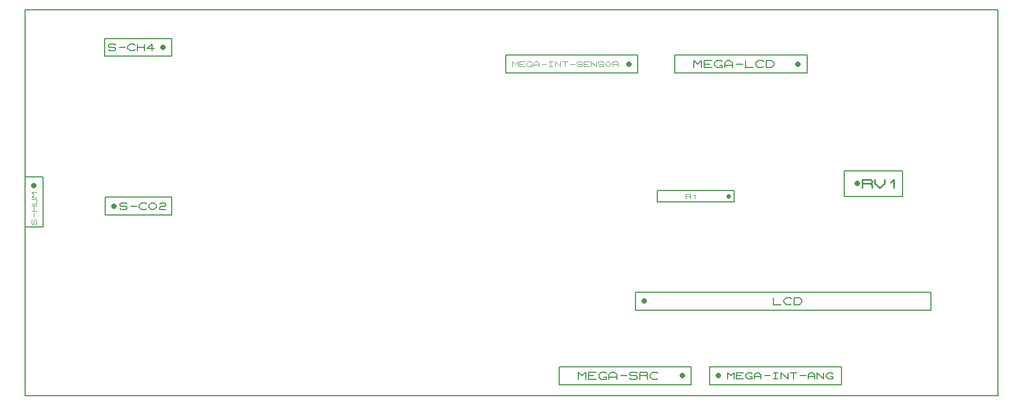
<source format=gbr>
G04 PROTEUS GERBER X2 FILE*
%TF.GenerationSoftware,Labcenter,Proteus,8.12-SP0-Build30713*%
%TF.CreationDate,2025-01-15T12:30:57+00:00*%
%TF.FileFunction,AssemblyDrawing,Top*%
%TF.FilePolarity,Positive*%
%TF.Part,Single*%
%TF.SameCoordinates,{9626ba97-e6ad-4adc-9df8-61d07434fadc}*%
%FSLAX45Y45*%
%MOMM*%
G01*
%TA.AperFunction,Material*%
%ADD15C,0.203200*%
%ADD70C,0.812800*%
%ADD71C,0.177800*%
%ADD20C,0.711200*%
%ADD21C,0.110230*%
%ADD22C,0.215900*%
%ADD23C,0.154510*%
%ADD24C,0.123610*%
%ADD25C,0.116840*%
%ADD26C,0.167640*%
%TA.AperFunction,Profile*%
%ADD14C,0.203200*%
%TD.AperFunction*%
D15*
X+9482840Y-4677160D02*
X+14075160Y-4677160D01*
X+14075160Y-4402840D01*
X+9482840Y-4402840D01*
X+9482840Y-4677160D01*
D70*
X+9620000Y-4540000D02*
X+9620000Y-4540000D01*
D71*
X+11627870Y-4486660D02*
X+11627870Y-4593340D01*
X+11747885Y-4593340D01*
X+11907905Y-4575560D02*
X+11887902Y-4593340D01*
X+11827895Y-4593340D01*
X+11787890Y-4557780D01*
X+11787890Y-4522220D01*
X+11827895Y-4486660D01*
X+11887902Y-4486660D01*
X+11907905Y-4504440D01*
X+11947910Y-4593340D02*
X+11947910Y-4486660D01*
X+12027920Y-4486660D01*
X+12067925Y-4522220D01*
X+12067925Y-4557780D01*
X+12027920Y-4593340D01*
X+11947910Y-4593340D01*
D15*
X+9825100Y-2998900D02*
X+11018900Y-2998900D01*
X+11018900Y-2821100D01*
X+9825100Y-2821100D01*
X+9825100Y-2998900D01*
D20*
X+10930000Y-2910000D02*
X+10930000Y-2910000D01*
D21*
X+10260558Y-2943071D02*
X+10260558Y-2876930D01*
X+10322565Y-2876930D01*
X+10334967Y-2887953D01*
X+10334967Y-2898977D01*
X+10322565Y-2910000D01*
X+10260558Y-2910000D01*
X+10322565Y-2910000D02*
X+10334967Y-2921024D01*
X+10334967Y-2943071D01*
X+10384573Y-2898977D02*
X+10409376Y-2876930D01*
X+10409376Y-2943071D01*
D15*
X+12725340Y-2910660D02*
X+13634660Y-2910660D01*
X+13634660Y-2509340D01*
X+12725340Y-2509340D01*
X+12725340Y-2910660D01*
D70*
X+12926000Y-2710000D02*
X+12926000Y-2710000D01*
D22*
X+13009185Y-2774770D02*
X+13009185Y-2645230D01*
X+13130628Y-2645230D01*
X+13154917Y-2666820D01*
X+13154917Y-2688410D01*
X+13130628Y-2710000D01*
X+13009185Y-2710000D01*
X+13130628Y-2710000D02*
X+13154917Y-2731590D01*
X+13154917Y-2774770D01*
X+13203495Y-2645230D02*
X+13203495Y-2710000D01*
X+13276361Y-2774770D01*
X+13349227Y-2710000D01*
X+13349227Y-2645230D01*
X+13446382Y-2688410D02*
X+13494960Y-2645230D01*
X+13494960Y-2774770D01*
D15*
X+8294840Y-5837160D02*
X+10347160Y-5837160D01*
X+10347160Y-5562840D01*
X+8294840Y-5562840D01*
X+8294840Y-5837160D01*
D70*
X+10210000Y-5700000D02*
X+10210000Y-5700000D01*
D71*
X+8592020Y-5753340D02*
X+8592020Y-5646660D01*
X+8652027Y-5700000D01*
X+8712035Y-5646660D01*
X+8712035Y-5753340D01*
X+8872055Y-5753340D02*
X+8752040Y-5753340D01*
X+8752040Y-5646660D01*
X+8872055Y-5646660D01*
X+8752040Y-5700000D02*
X+8832050Y-5700000D01*
X+8992070Y-5717780D02*
X+9032075Y-5717780D01*
X+9032075Y-5753340D01*
X+8952065Y-5753340D01*
X+8912060Y-5717780D01*
X+8912060Y-5682220D01*
X+8952065Y-5646660D01*
X+9012072Y-5646660D01*
X+9032075Y-5664440D01*
X+9072080Y-5753340D02*
X+9072080Y-5682220D01*
X+9112085Y-5646660D01*
X+9152090Y-5646660D01*
X+9192095Y-5682220D01*
X+9192095Y-5753340D01*
X+9072080Y-5717780D02*
X+9192095Y-5717780D01*
X+9252102Y-5700000D02*
X+9352115Y-5700000D01*
X+9392120Y-5735560D02*
X+9412122Y-5753340D01*
X+9492132Y-5753340D01*
X+9512135Y-5735560D01*
X+9512135Y-5717780D01*
X+9492132Y-5700000D01*
X+9412122Y-5700000D01*
X+9392120Y-5682220D01*
X+9392120Y-5664440D01*
X+9412122Y-5646660D01*
X+9492132Y-5646660D01*
X+9512135Y-5664440D01*
X+9552140Y-5753340D02*
X+9552140Y-5646660D01*
X+9652152Y-5646660D01*
X+9672155Y-5664440D01*
X+9672155Y-5682220D01*
X+9652152Y-5700000D01*
X+9552140Y-5700000D01*
X+9652152Y-5700000D02*
X+9672155Y-5717780D01*
X+9672155Y-5753340D01*
X+9832175Y-5735560D02*
X+9812172Y-5753340D01*
X+9752165Y-5753340D01*
X+9712160Y-5717780D01*
X+9712160Y-5682220D01*
X+9752165Y-5646660D01*
X+9812172Y-5646660D01*
X+9832175Y-5664440D01*
D15*
X+10632840Y-5837160D02*
X+12685160Y-5837160D01*
X+12685160Y-5562840D01*
X+10632840Y-5562840D01*
X+10632840Y-5837160D01*
D70*
X+10770000Y-5700000D02*
X+10770000Y-5700000D01*
D23*
X+10913516Y-5746355D02*
X+10913516Y-5653646D01*
X+10965665Y-5700000D01*
X+11017814Y-5653646D01*
X+11017814Y-5746355D01*
X+11156878Y-5746355D02*
X+11052580Y-5746355D01*
X+11052580Y-5653646D01*
X+11156878Y-5653646D01*
X+11052580Y-5700000D02*
X+11122112Y-5700000D01*
X+11261176Y-5715452D02*
X+11295942Y-5715452D01*
X+11295942Y-5746355D01*
X+11226410Y-5746355D01*
X+11191644Y-5715452D01*
X+11191644Y-5684549D01*
X+11226410Y-5653646D01*
X+11278559Y-5653646D01*
X+11295942Y-5669097D01*
X+11330708Y-5746355D02*
X+11330708Y-5684549D01*
X+11365474Y-5653646D01*
X+11400240Y-5653646D01*
X+11435006Y-5684549D01*
X+11435006Y-5746355D01*
X+11330708Y-5715452D02*
X+11435006Y-5715452D01*
X+11487155Y-5700000D02*
X+11574070Y-5700000D01*
X+11626219Y-5653646D02*
X+11695751Y-5653646D01*
X+11660985Y-5653646D02*
X+11660985Y-5746355D01*
X+11626219Y-5746355D02*
X+11695751Y-5746355D01*
X+11747900Y-5746355D02*
X+11747900Y-5653646D01*
X+11852198Y-5746355D01*
X+11852198Y-5653646D01*
X+11886964Y-5653646D02*
X+11991262Y-5653646D01*
X+11939113Y-5653646D02*
X+11939113Y-5746355D01*
X+12043411Y-5700000D02*
X+12130326Y-5700000D01*
X+12165092Y-5746355D02*
X+12165092Y-5684549D01*
X+12199858Y-5653646D01*
X+12234624Y-5653646D01*
X+12269390Y-5684549D01*
X+12269390Y-5746355D01*
X+12165092Y-5715452D02*
X+12269390Y-5715452D01*
X+12304156Y-5746355D02*
X+12304156Y-5653646D01*
X+12408454Y-5746355D01*
X+12408454Y-5653646D01*
X+12512752Y-5715452D02*
X+12547518Y-5715452D01*
X+12547518Y-5746355D01*
X+12477986Y-5746355D01*
X+12443220Y-5715452D01*
X+12443220Y-5684549D01*
X+12477986Y-5653646D01*
X+12530135Y-5653646D01*
X+12547518Y-5669097D01*
D15*
X+10094840Y-987160D02*
X+12147160Y-987160D01*
X+12147160Y-712840D01*
X+10094840Y-712840D01*
X+10094840Y-987160D01*
D70*
X+12010000Y-850000D02*
X+12010000Y-850000D01*
D71*
X+10392020Y-903340D02*
X+10392020Y-796660D01*
X+10452027Y-850000D01*
X+10512035Y-796660D01*
X+10512035Y-903340D01*
X+10672055Y-903340D02*
X+10552040Y-903340D01*
X+10552040Y-796660D01*
X+10672055Y-796660D01*
X+10552040Y-850000D02*
X+10632050Y-850000D01*
X+10792070Y-867780D02*
X+10832075Y-867780D01*
X+10832075Y-903340D01*
X+10752065Y-903340D01*
X+10712060Y-867780D01*
X+10712060Y-832220D01*
X+10752065Y-796660D01*
X+10812072Y-796660D01*
X+10832075Y-814440D01*
X+10872080Y-903340D02*
X+10872080Y-832220D01*
X+10912085Y-796660D01*
X+10952090Y-796660D01*
X+10992095Y-832220D01*
X+10992095Y-903340D01*
X+10872080Y-867780D02*
X+10992095Y-867780D01*
X+11052102Y-850000D02*
X+11152115Y-850000D01*
X+11192120Y-796660D02*
X+11192120Y-903340D01*
X+11312135Y-903340D01*
X+11472155Y-885560D02*
X+11452152Y-903340D01*
X+11392145Y-903340D01*
X+11352140Y-867780D01*
X+11352140Y-832220D01*
X+11392145Y-796660D01*
X+11452152Y-796660D01*
X+11472155Y-814440D01*
X+11512160Y-903340D02*
X+11512160Y-796660D01*
X+11592170Y-796660D01*
X+11632175Y-832220D01*
X+11632175Y-867780D01*
X+11592170Y-903340D01*
X+11512160Y-903340D01*
D15*
X+7464840Y-987160D02*
X+9517160Y-987160D01*
X+9517160Y-712840D01*
X+7464840Y-712840D01*
X+7464840Y-987160D01*
D70*
X+9380000Y-850000D02*
X+9380000Y-850000D01*
D24*
X+7567718Y-887084D02*
X+7567718Y-812916D01*
X+7609437Y-850000D01*
X+7651156Y-812916D01*
X+7651156Y-887084D01*
X+7762407Y-887084D02*
X+7678969Y-887084D01*
X+7678969Y-812916D01*
X+7762407Y-812916D01*
X+7678969Y-850000D02*
X+7734594Y-850000D01*
X+7845845Y-862361D02*
X+7873658Y-862361D01*
X+7873658Y-887084D01*
X+7818032Y-887084D01*
X+7790220Y-862361D01*
X+7790220Y-837639D01*
X+7818032Y-812916D01*
X+7859751Y-812916D01*
X+7873658Y-825277D01*
X+7901471Y-887084D02*
X+7901471Y-837639D01*
X+7929283Y-812916D01*
X+7957096Y-812916D01*
X+7984909Y-837639D01*
X+7984909Y-887084D01*
X+7901471Y-862361D02*
X+7984909Y-862361D01*
X+8026628Y-850000D02*
X+8096160Y-850000D01*
X+8137879Y-812916D02*
X+8193504Y-812916D01*
X+8165692Y-812916D02*
X+8165692Y-887084D01*
X+8137879Y-887084D02*
X+8193504Y-887084D01*
X+8235224Y-887084D02*
X+8235224Y-812916D01*
X+8318662Y-887084D01*
X+8318662Y-812916D01*
X+8346475Y-812916D02*
X+8429913Y-812916D01*
X+8388194Y-812916D02*
X+8388194Y-887084D01*
X+8471632Y-850000D02*
X+8541164Y-850000D01*
X+8568977Y-874723D02*
X+8582883Y-887084D01*
X+8638508Y-887084D01*
X+8652415Y-874723D01*
X+8652415Y-862361D01*
X+8638508Y-850000D01*
X+8582883Y-850000D01*
X+8568977Y-837639D01*
X+8568977Y-825277D01*
X+8582883Y-812916D01*
X+8638508Y-812916D01*
X+8652415Y-825277D01*
X+8763666Y-887084D02*
X+8680228Y-887084D01*
X+8680228Y-812916D01*
X+8763666Y-812916D01*
X+8680228Y-850000D02*
X+8735853Y-850000D01*
X+8791479Y-887084D02*
X+8791479Y-812916D01*
X+8874917Y-887084D01*
X+8874917Y-812916D01*
X+8902730Y-874723D02*
X+8916636Y-887084D01*
X+8972261Y-887084D01*
X+8986168Y-874723D01*
X+8986168Y-862361D01*
X+8972261Y-850000D01*
X+8916636Y-850000D01*
X+8902730Y-837639D01*
X+8902730Y-825277D01*
X+8916636Y-812916D01*
X+8972261Y-812916D01*
X+8986168Y-825277D01*
X+9013981Y-837639D02*
X+9041793Y-812916D01*
X+9069606Y-812916D01*
X+9097419Y-837639D01*
X+9097419Y-862361D01*
X+9069606Y-887084D01*
X+9041793Y-887084D01*
X+9013981Y-862361D01*
X+9013981Y-837639D01*
X+9125232Y-887084D02*
X+9125232Y-812916D01*
X+9194763Y-812916D01*
X+9208670Y-825277D01*
X+9208670Y-837639D01*
X+9194763Y-850000D01*
X+9125232Y-850000D01*
X+9194763Y-850000D02*
X+9208670Y-862361D01*
X+9208670Y-887084D01*
D15*
X+2840Y-3385160D02*
X+277160Y-3385160D01*
X+277160Y-2602840D01*
X+2840Y-2602840D01*
X+2840Y-3385160D01*
D70*
X+140000Y-2740000D02*
X+140000Y-2740000D01*
D25*
X+163368Y-3345790D02*
X+175052Y-3332646D01*
X+175052Y-3280068D01*
X+163368Y-3266923D01*
X+151684Y-3266923D01*
X+140000Y-3280068D01*
X+140000Y-3332646D01*
X+128316Y-3345790D01*
X+116632Y-3345790D01*
X+104948Y-3332646D01*
X+104948Y-3280068D01*
X+116632Y-3266923D01*
X+140000Y-3227490D02*
X+140000Y-3161767D01*
X+175052Y-3135478D02*
X+104948Y-3135478D01*
X+104948Y-3056611D02*
X+175052Y-3056611D01*
X+140000Y-3135478D02*
X+140000Y-3056611D01*
X+104948Y-3030322D02*
X+163368Y-3030322D01*
X+175052Y-3017178D01*
X+175052Y-2964600D01*
X+163368Y-2951455D01*
X+104948Y-2951455D01*
X+175052Y-2925166D02*
X+104948Y-2925166D01*
X+140000Y-2885733D01*
X+104948Y-2846299D01*
X+175052Y-2846299D01*
D15*
X+1240840Y-727160D02*
X+2277160Y-727160D01*
X+2277160Y-452840D01*
X+1240840Y-452840D01*
X+1240840Y-727160D01*
D70*
X+2140000Y-590000D02*
X+2140000Y-590000D01*
D26*
X+1292910Y-623528D02*
X+1311769Y-640292D01*
X+1387207Y-640292D01*
X+1406067Y-623528D01*
X+1406067Y-606764D01*
X+1387207Y-590000D01*
X+1311769Y-590000D01*
X+1292910Y-573236D01*
X+1292910Y-556472D01*
X+1311769Y-539708D01*
X+1387207Y-539708D01*
X+1406067Y-556472D01*
X+1462645Y-590000D02*
X+1556943Y-590000D01*
X+1707819Y-623528D02*
X+1688959Y-640292D01*
X+1632381Y-640292D01*
X+1594662Y-606764D01*
X+1594662Y-573236D01*
X+1632381Y-539708D01*
X+1688959Y-539708D01*
X+1707819Y-556472D01*
X+1745538Y-640292D02*
X+1745538Y-539708D01*
X+1858695Y-539708D02*
X+1858695Y-640292D01*
X+1745538Y-590000D02*
X+1858695Y-590000D01*
X+2009571Y-606764D02*
X+1896414Y-606764D01*
X+1971852Y-539708D01*
X+1971852Y-640292D01*
D15*
X+1242840Y-3197160D02*
X+2279160Y-3197160D01*
X+2279160Y-2922840D01*
X+1242840Y-2922840D01*
X+1242840Y-3197160D01*
D70*
X+1380000Y-3060000D02*
X+1380000Y-3060000D01*
D26*
X+1472710Y-3093528D02*
X+1491569Y-3110292D01*
X+1567007Y-3110292D01*
X+1585867Y-3093528D01*
X+1585867Y-3076764D01*
X+1567007Y-3060000D01*
X+1491569Y-3060000D01*
X+1472710Y-3043236D01*
X+1472710Y-3026472D01*
X+1491569Y-3009708D01*
X+1567007Y-3009708D01*
X+1585867Y-3026472D01*
X+1642445Y-3060000D02*
X+1736743Y-3060000D01*
X+1887619Y-3093528D02*
X+1868759Y-3110292D01*
X+1812181Y-3110292D01*
X+1774462Y-3076764D01*
X+1774462Y-3043236D01*
X+1812181Y-3009708D01*
X+1868759Y-3009708D01*
X+1887619Y-3026472D01*
X+1925338Y-3043236D02*
X+1963057Y-3009708D01*
X+2000776Y-3009708D01*
X+2038495Y-3043236D01*
X+2038495Y-3076764D01*
X+2000776Y-3110292D01*
X+1963057Y-3110292D01*
X+1925338Y-3076764D01*
X+1925338Y-3043236D01*
X+2095073Y-3026472D02*
X+2113933Y-3009708D01*
X+2170511Y-3009708D01*
X+2189371Y-3026472D01*
X+2189371Y-3043236D01*
X+2170511Y-3060000D01*
X+2113933Y-3060000D01*
X+2095073Y-3076764D01*
X+2095073Y-3110292D01*
X+2189371Y-3110292D01*
D14*
X+0Y-6010000D02*
X+15116000Y-6010000D01*
X+15116000Y-10000D01*
X+0Y-10000D01*
X+0Y-6010000D01*
M02*

</source>
